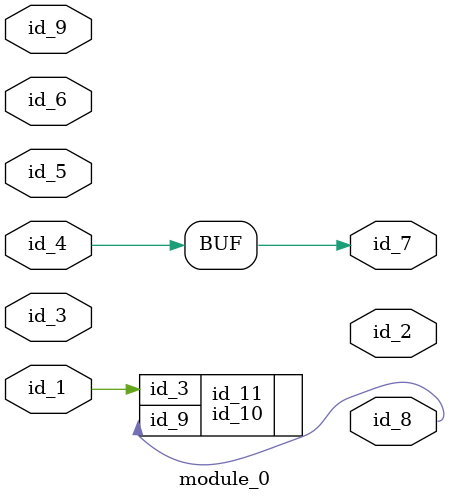
<source format=v>
`define pp_1 0
module module_0 (
    id_1,
    id_2,
    id_3,
    id_4,
    id_5,
    id_6,
    id_7,
    id_8,
    id_9
);
  input id_9;
  output id_8;
  output id_7;
  input id_6;
  input id_5;
  input id_4;
  input id_3;
  output id_2;
  input id_1;
  id_10 id_11 (
      .id_9(id_8),
      .id_3(id_1)
  );
  assign id_7 = id_4;
endmodule

</source>
